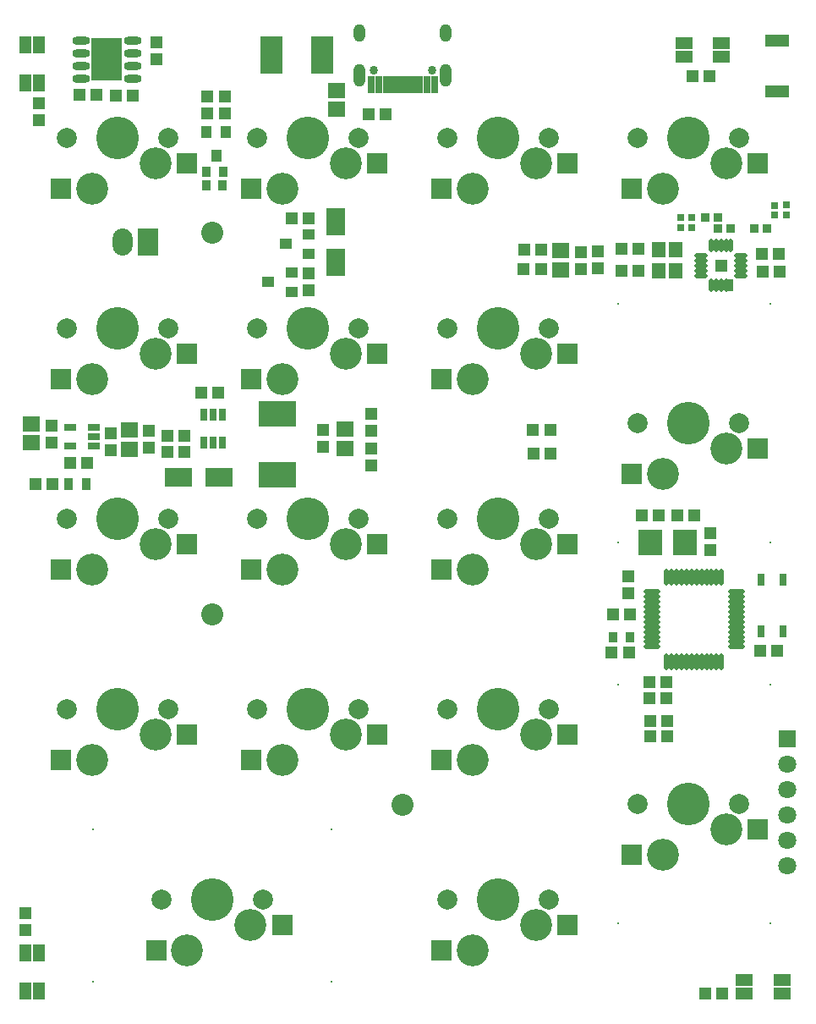
<source format=gbs>
G04*
G04 #@! TF.GenerationSoftware,Altium Limited,Altium Designer,20.1.8 (145)*
G04*
G04 Layer_Color=16711935*
%FSLAX25Y25*%
%MOIN*%
G70*
G04*
G04 #@! TF.SameCoordinates,F81AAEC3-6A38-4882-98ED-ECA9077A9C2D*
G04*
G04*
G04 #@! TF.FilePolarity,Negative*
G04*
G01*
G75*
%ADD23R,0.04737X0.05131*%
%ADD24R,0.05131X0.04737*%
%ADD26R,0.03556X0.04343*%
%ADD27R,0.03556X0.04737*%
%ADD28C,0.07887*%
%ADD29C,0.12611*%
%ADD30C,0.16800*%
%ADD31R,0.07887X0.10642*%
%ADD32O,0.07887X0.10642*%
%ADD33O,0.04737X0.07099*%
%ADD34O,0.04737X0.09068*%
%ADD35C,0.03398*%
%ADD36C,0.07099*%
%ADD37C,0.08674*%
%ADD38C,0.00800*%
%ADD39R,0.07099X0.07099*%
%ADD93R,0.07887X0.07887*%
%ADD94R,0.09461X0.10249*%
%ADD95R,0.05131X0.03162*%
%ADD96R,0.06706X0.05918*%
%ADD97R,0.10642X0.07690*%
%ADD98R,0.14580X0.10052*%
%ADD99R,0.07690X0.10642*%
%ADD100R,0.04540X0.04343*%
%ADD101R,0.04540X0.04343*%
%ADD102R,0.04343X0.04540*%
%ADD103R,0.04343X0.04540*%
%ADD104R,0.06800X0.04737*%
%ADD105R,0.02965X0.04737*%
%ADD106O,0.06509X0.01981*%
%ADD107O,0.01981X0.06509*%
%ADD108R,0.05524X0.05918*%
%ADD109O,0.05131X0.01981*%
%ADD110O,0.01981X0.05131*%
%ADD111R,0.01981X0.05131*%
%ADD112R,0.04737X0.04737*%
%ADD113R,0.02769X0.03162*%
%ADD114R,0.03800X0.03300*%
%ADD115R,0.09461X0.04737*%
%ADD116R,0.01981X0.06509*%
%ADD117R,0.03162X0.06509*%
%ADD118O,0.07099X0.03162*%
%ADD119R,0.12217X0.16548*%
%ADD120R,0.08674X0.14973*%
%ADD121R,0.04737X0.06800*%
%ADD122R,0.03162X0.04934*%
D23*
X113500Y293300D02*
D03*
Y299993D02*
D03*
X216400Y300800D02*
D03*
Y307493D02*
D03*
X216300Y293746D02*
D03*
Y287053D02*
D03*
X158600Y432547D02*
D03*
Y425853D02*
D03*
X298800Y364553D02*
D03*
Y371247D02*
D03*
X305600Y364754D02*
D03*
Y371446D02*
D03*
X131500Y447100D02*
D03*
Y453793D02*
D03*
X90200Y302946D02*
D03*
Y296253D02*
D03*
X85300Y423153D02*
D03*
Y429846D02*
D03*
X80000Y110846D02*
D03*
Y104154D02*
D03*
X317600Y236900D02*
D03*
X349900Y260447D02*
D03*
X128700Y300746D02*
D03*
Y294054D02*
D03*
X197300Y294400D02*
D03*
Y301093D02*
D03*
X191600Y363047D02*
D03*
Y356353D02*
D03*
X151500Y425853D02*
D03*
Y432547D02*
D03*
X349900Y253753D02*
D03*
X317600Y243593D02*
D03*
D24*
X329500Y267600D02*
D03*
X322807D02*
D03*
X318200Y228500D02*
D03*
X311507D02*
D03*
X317746Y213400D02*
D03*
X311053D02*
D03*
X90500Y279800D02*
D03*
X83807D02*
D03*
X142546Y292500D02*
D03*
X135854D02*
D03*
X191446Y384600D02*
D03*
X184754D02*
D03*
X325954Y195600D02*
D03*
X332646D02*
D03*
X332946Y186500D02*
D03*
X326254D02*
D03*
X276407Y364400D02*
D03*
X283100D02*
D03*
X283200Y372100D02*
D03*
X276507D02*
D03*
X321446Y372400D02*
D03*
X314754D02*
D03*
X321446Y364000D02*
D03*
X314754D02*
D03*
X370454Y363500D02*
D03*
X377147D02*
D03*
X377046Y370400D02*
D03*
X370354D02*
D03*
X221847Y425500D02*
D03*
X215154D02*
D03*
X332946Y180700D02*
D03*
X326254D02*
D03*
X107947Y433100D02*
D03*
X101253D02*
D03*
X115454Y432900D02*
D03*
X122146D02*
D03*
X280153Y292000D02*
D03*
X342853Y440500D02*
D03*
X349547D02*
D03*
X348007Y79300D02*
D03*
X354700D02*
D03*
X104147Y288200D02*
D03*
X280053Y301300D02*
D03*
X332646Y202000D02*
D03*
X343693Y267600D02*
D03*
X376247Y214200D02*
D03*
X149354Y315800D02*
D03*
X156046D02*
D03*
X142647Y299000D02*
D03*
X135953D02*
D03*
X97453Y288200D02*
D03*
X286846Y292000D02*
D03*
X286747Y301300D02*
D03*
X369553Y214200D02*
D03*
X337000Y267600D02*
D03*
X325954Y202000D02*
D03*
D26*
X311500Y219700D02*
D03*
X318100D02*
D03*
X151200Y402800D02*
D03*
X157800D02*
D03*
X151100Y397500D02*
D03*
X157700D02*
D03*
D27*
X97053Y279801D02*
D03*
X103746D02*
D03*
D28*
X321237Y153742D02*
D03*
X361237D02*
D03*
Y303743D02*
D03*
X321237D02*
D03*
X171237Y341243D02*
D03*
X211237D02*
D03*
X96237Y266243D02*
D03*
X136237D02*
D03*
X171237D02*
D03*
X211237D02*
D03*
X246237Y116243D02*
D03*
X286237D02*
D03*
X171237Y191242D02*
D03*
X211237D02*
D03*
X246237Y266243D02*
D03*
X286237D02*
D03*
X286237Y416243D02*
D03*
X246237D02*
D03*
X96238D02*
D03*
X136238D02*
D03*
X211237D02*
D03*
X171237D02*
D03*
X133738Y116243D02*
D03*
X173738D02*
D03*
X361237Y416243D02*
D03*
X321237D02*
D03*
X286237Y341243D02*
D03*
X246237D02*
D03*
X136211Y341293D02*
D03*
X96211D02*
D03*
X286237Y191242D02*
D03*
X246237D02*
D03*
X136237Y191243D02*
D03*
X96237D02*
D03*
D29*
X331237Y133742D02*
D03*
X356237Y143742D02*
D03*
Y293743D02*
D03*
X331237Y283743D02*
D03*
X181237Y321243D02*
D03*
X206237Y331243D02*
D03*
X106237Y246243D02*
D03*
X131237Y256243D02*
D03*
X181237Y246243D02*
D03*
X206237Y256243D02*
D03*
X256237Y96242D02*
D03*
X281237Y106243D02*
D03*
X181237Y171242D02*
D03*
X206237Y181242D02*
D03*
X256237Y246243D02*
D03*
X281237Y256243D02*
D03*
X281237Y406243D02*
D03*
X256237Y396243D02*
D03*
X106238D02*
D03*
X131238Y406243D02*
D03*
X206237D02*
D03*
X181237Y396243D02*
D03*
X143738Y96242D02*
D03*
X168738Y106243D02*
D03*
X356237Y406243D02*
D03*
X331237Y396243D02*
D03*
X281237Y331243D02*
D03*
X256237Y321243D02*
D03*
X131211Y331293D02*
D03*
X106211Y321293D02*
D03*
X281237Y181242D02*
D03*
X256237Y171242D02*
D03*
X131237Y181243D02*
D03*
X106237Y171243D02*
D03*
D30*
X341237Y153742D02*
D03*
Y303743D02*
D03*
X191237Y341243D02*
D03*
X116237Y266243D02*
D03*
X191237D02*
D03*
X266237Y116243D02*
D03*
X191237Y191242D02*
D03*
X266237Y266243D02*
D03*
X266237Y416243D02*
D03*
X116238D02*
D03*
X191237D02*
D03*
X153738Y116243D02*
D03*
X341237Y416243D02*
D03*
X266237Y341243D02*
D03*
X116211Y341293D02*
D03*
X266237Y191242D02*
D03*
X116237Y191243D02*
D03*
D31*
X128400Y375300D02*
D03*
D32*
X118400D02*
D03*
D33*
X245716Y457400D02*
D03*
X211700D02*
D03*
D34*
X245716Y440943D02*
D03*
X211700D02*
D03*
D35*
X240086Y442912D02*
D03*
X217330D02*
D03*
D36*
X380400Y149700D02*
D03*
X380400Y139700D02*
D03*
X380400Y159700D02*
D03*
Y169700D02*
D03*
Y129700D02*
D03*
D37*
X153690Y378777D02*
D03*
X153700Y228700D02*
D03*
X228600Y153600D02*
D03*
D38*
X313737Y350743D02*
D03*
X373737Y256743D02*
D03*
X313737D02*
D03*
X373737Y350743D02*
D03*
X313737Y200742D02*
D03*
X373737Y106742D02*
D03*
X313737D02*
D03*
X373737Y200742D02*
D03*
X200737Y83743D02*
D03*
X106737Y143743D02*
D03*
Y83743D02*
D03*
X200737Y143743D02*
D03*
D39*
X380400Y179700D02*
D03*
D93*
X368637Y143742D02*
D03*
X319033Y133742D02*
D03*
Y283743D02*
D03*
X368637Y293743D02*
D03*
X218637Y331243D02*
D03*
X169033Y321243D02*
D03*
X143637Y256243D02*
D03*
X94032Y246243D02*
D03*
X218637Y256243D02*
D03*
X169033Y246243D02*
D03*
X293637Y106243D02*
D03*
X244033Y96242D02*
D03*
X218637Y181242D02*
D03*
X169033Y171242D02*
D03*
X293637Y256243D02*
D03*
X244033Y246243D02*
D03*
X244033Y396243D02*
D03*
X293637Y406243D02*
D03*
X143638D02*
D03*
X94033Y396243D02*
D03*
X169033D02*
D03*
X218637Y406243D02*
D03*
X181138Y106243D02*
D03*
X131533Y96242D02*
D03*
X319033Y396243D02*
D03*
X368637Y406243D02*
D03*
X244033Y321243D02*
D03*
X293637Y331243D02*
D03*
X94007Y321293D02*
D03*
X143611Y331293D02*
D03*
X244033Y171242D02*
D03*
X293637Y181242D02*
D03*
X94032Y171243D02*
D03*
X143637Y181243D02*
D03*
D94*
X339890Y256800D02*
D03*
X326110D02*
D03*
D95*
X97576Y294860D02*
D03*
Y302340D02*
D03*
X107024Y294860D02*
D03*
Y298600D02*
D03*
Y302340D02*
D03*
D96*
X121000Y293660D02*
D03*
Y301140D02*
D03*
X291000Y364260D02*
D03*
Y371740D02*
D03*
X82400Y303540D02*
D03*
Y296060D02*
D03*
X202600Y434940D02*
D03*
Y427460D02*
D03*
X205900Y293960D02*
D03*
Y301440D02*
D03*
D97*
X156300Y282700D02*
D03*
X140300D02*
D03*
D98*
X179300Y307509D02*
D03*
Y283691D02*
D03*
D99*
X202400Y383100D02*
D03*
Y367100D02*
D03*
D100*
X191726Y378140D02*
D03*
X182474Y374400D02*
D03*
X184926Y363140D02*
D03*
X175674Y359400D02*
D03*
D101*
X191726Y370660D02*
D03*
X184926Y355660D02*
D03*
D102*
X151360Y418526D02*
D03*
X155100Y409274D02*
D03*
D103*
X158840Y418526D02*
D03*
D104*
X378180Y79242D02*
D03*
X363220Y84557D02*
D03*
X378180D02*
D03*
X363220Y79242D02*
D03*
X339420Y453657D02*
D03*
X354380Y448343D02*
D03*
X339420D02*
D03*
X354380Y453657D02*
D03*
D105*
X378500Y221800D02*
D03*
X370035D02*
D03*
Y242272D02*
D03*
X378500D02*
D03*
D106*
X326866Y237427D02*
D03*
Y233490D02*
D03*
Y231521D02*
D03*
Y229553D02*
D03*
X326866Y227584D02*
D03*
Y225616D02*
D03*
X326866Y223647D02*
D03*
Y221679D02*
D03*
Y219710D02*
D03*
Y217742D02*
D03*
Y215773D02*
D03*
X360134D02*
D03*
Y219710D02*
D03*
Y221679D02*
D03*
Y223647D02*
D03*
X360134Y225616D02*
D03*
Y227584D02*
D03*
X360134Y229553D02*
D03*
Y231521D02*
D03*
Y233490D02*
D03*
Y235458D02*
D03*
Y237427D02*
D03*
Y217742D02*
D03*
X326866Y235458D02*
D03*
D107*
X332673Y209966D02*
D03*
X336610D02*
D03*
X338579D02*
D03*
X340547D02*
D03*
X342516Y209966D02*
D03*
X344484D02*
D03*
X346453Y209966D02*
D03*
X348421D02*
D03*
X350390D02*
D03*
X352358D02*
D03*
X354327D02*
D03*
Y243234D02*
D03*
X352358D02*
D03*
X350390D02*
D03*
X348421D02*
D03*
X344484Y243234D02*
D03*
X342516D02*
D03*
X340547Y243234D02*
D03*
X338579D02*
D03*
X336610D02*
D03*
X334642D02*
D03*
X332673D02*
D03*
X346453D02*
D03*
X334642Y209966D02*
D03*
D108*
X329654Y363866D02*
D03*
Y372134D02*
D03*
X336347D02*
D03*
Y363866D02*
D03*
D109*
X362011Y362037D02*
D03*
Y364005D02*
D03*
Y365974D02*
D03*
Y367943D02*
D03*
Y369911D02*
D03*
X346263D02*
D03*
Y367943D02*
D03*
Y365974D02*
D03*
Y364005D02*
D03*
Y362037D02*
D03*
D110*
X358074Y373848D02*
D03*
X356105D02*
D03*
X354137D02*
D03*
X352168D02*
D03*
X350200D02*
D03*
Y358100D02*
D03*
X352168D02*
D03*
X354137D02*
D03*
X356105D02*
D03*
D111*
X358074D02*
D03*
D112*
X354137Y365974D02*
D03*
D113*
X338100Y384937D02*
D03*
Y381000D02*
D03*
X342500Y384937D02*
D03*
Y381000D02*
D03*
X379800Y389769D02*
D03*
Y385832D02*
D03*
X375400Y389669D02*
D03*
Y385732D02*
D03*
D114*
X347900Y385000D02*
D03*
X352900D02*
D03*
X358000Y380700D02*
D03*
X353000D02*
D03*
X372200Y380600D02*
D03*
X367200D02*
D03*
D115*
X376400Y434500D02*
D03*
X376400Y454500D02*
D03*
D116*
X227724Y437341D02*
D03*
X229692D02*
D03*
X231661D02*
D03*
X233629D02*
D03*
X235598D02*
D03*
X225755D02*
D03*
X223787D02*
D03*
X221818D02*
D03*
D117*
X238157D02*
D03*
X219259D02*
D03*
X216109D02*
D03*
X241306D02*
D03*
D118*
X101764Y439600D02*
D03*
Y444600D02*
D03*
Y449600D02*
D03*
Y454600D02*
D03*
X122236Y439600D02*
D03*
Y444600D02*
D03*
Y449600D02*
D03*
Y454600D02*
D03*
D119*
X112000Y447100D02*
D03*
D120*
X176800Y448800D02*
D03*
X196800D02*
D03*
D121*
X85258Y437920D02*
D03*
Y452880D02*
D03*
X80042Y95180D02*
D03*
X85357D02*
D03*
Y80220D02*
D03*
X80042D02*
D03*
X79943Y437920D02*
D03*
Y452880D02*
D03*
D122*
X157640Y307113D02*
D03*
X153900D02*
D03*
X150160D02*
D03*
Y296287D02*
D03*
X153900D02*
D03*
X157640D02*
D03*
M02*

</source>
